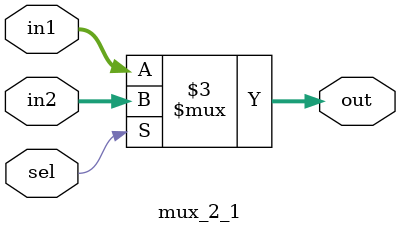
<source format=v>
module mux_2_1(input [3:0] in1, in2, input sel, output reg [3:0] out);

 always@(*) begin
 if(sel)
    out = in2; 
 else
    out = in1;
 
 end

endmodule


</source>
